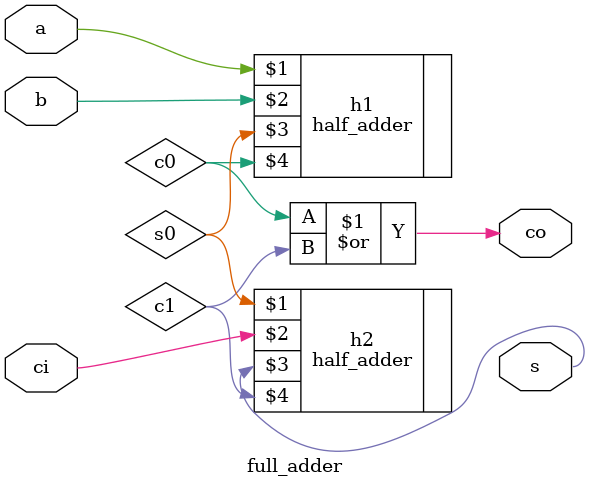
<source format=v>
module full_adder(
  input a, b, ci,
  output s, co);

  wire s0, c0, c1;

  half_adder h1 (a, b, s0, c0);
  half_adder h2 (s0, ci, s, c1);
  assign co = c0 | c1;
endmodule

</source>
